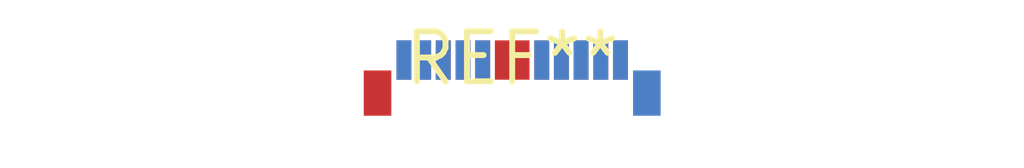
<source format=kicad_pcb>
(kicad_pcb (version 20240108) (generator pcbnew)
  (layers (0 "F.Cu" signal) (31 "B.Cu" signal) (34 "B.Paste" user) (35 "F.Paste" user) (36 "B.SilkS" user "B.Silkscreen") (37 "F.SilkS" user "F.Silkscreen") (38 "B.Mask" user) (39 "F.Mask" user) (44 "Edge.Cuts" user))
  (net 0 "")
  (footprint "USB_C_Plug_Molex_105444" (layer "F.Cu") (at 0 0)
    (property "Reference" "REF**")
    (property "Value" "USB_C_Plug_Molex_105444")
    (pad "A1" smd rect (at -2.75 0.04) (size 0.38 1) (layers "F.Cu" "F.Paste" "F.Mask"))
    (pad "A2" smd rect (at -2.25 0.04) (size 0.38 1) (layers "F.Cu" "F.Paste" "F.Mask"))
    (pad "A3" smd rect (at -1.75 0.04) (size 0.38 1) (layers "F.Cu" "F.Paste" "F.Mask"))
    (pad "A4" smd rect (at -1.25 0.04) (size 0.38 1) (layers "F.Cu" "F.Paste" "F.Mask"))
    (pad "A5" smd rect (at -0.75 0.04) (size 0.38 1) (layers "F.Cu" "F.Paste" "F.Mask"))
    (pad "A6" smd rect (at -0.25 0.04) (size 0.38 1) (layers "F.Cu" "F.Paste" "F.Mask"))
    (pad "A7" smd rect (at 0.25 0.04) (size 0.38 1) (layers "F.Cu" "F.Paste" "F.Mask"))
    (pad "A8" smd rect (at 0.75 0.04) (size 0.38 1) (layers "F.Cu" "F.Paste" "F.Mask"))
    (pad "A9" smd rect (at 1.25 0.04) (size 0.38 1) (layers "F.Cu" "F.Paste" "F.Mask"))
    (pad "A10" smd rect (at 1.75 0.04) (size 0.38 1) (layers "F.Cu" "F.Paste" "F.Mask"))
    (pad "A11" smd rect (at 2.25 0.04) (size 0.38 1) (layers "F.Cu" "F.Paste" "F.Mask"))
    (pad "A12" smd rect (at 2.75 0.04) (size 0.38 1) (layers "F.Cu" "F.Paste" "F.Mask"))
    (pad "B1" smd rect (at 2.75 0.04) (size 0.38 1) (layers "B.Cu" "B.Paste" "B.Mask"))
    (pad "B2" smd rect (at 2.25 0.04) (size 0.38 1) (layers "B.Cu" "B.Paste" "B.Mask"))
    (pad "B3" smd rect (at 1.75 0.04) (size 0.38 1) (layers "B.Cu" "B.Paste" "B.Mask"))
    (pad "B4" smd rect (at 1.25 0.04) (size 0.38 1) (layers "B.Cu" "B.Paste" "B.Mask"))
    (pad "B5" smd rect (at 0.75 0.04) (size 0.38 1) (layers "B.Cu" "B.Paste" "B.Mask"))
    (pad "B8" smd rect (at -0.75 0.04) (size 0.38 1) (layers "B.Cu" "B.Paste" "B.Mask"))
    (pad "B9" smd rect (at -1.25 0.04) (size 0.38 1) (layers "B.Cu" "B.Paste" "B.Mask"))
    (pad "B10" smd rect (at -1.75 0.04) (size 0.38 1) (layers "B.Cu" "B.Paste" "B.Mask"))
    (pad "B11" smd rect (at -2.25 0.04) (size 0.38 1) (layers "B.Cu" "B.Paste" "B.Mask"))
    (pad "B12" smd rect (at -2.75 0.04) (size 0.38 1) (layers "B.Cu" "B.Paste" "B.Mask"))
    (pad "S1" smd rect (at -3.42 0.88) (size 0.7 1.15) (layers "F.Cu" "F.Paste" "F.Mask"))
    (pad "S1" smd rect (at 3.42 0.88) (size 0.7 1.15) (layers "B.Cu" "B.Paste" "B.Mask"))
  )
)
</source>
